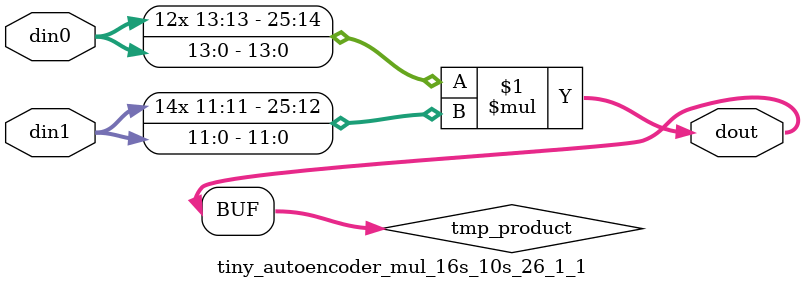
<source format=v>

`timescale 1 ns / 1 ps

 (* use_dsp = "no" *)  module tiny_autoencoder_mul_16s_10s_26_1_1(din0, din1, dout);
parameter ID = 1;
parameter NUM_STAGE = 0;
parameter din0_WIDTH = 14;
parameter din1_WIDTH = 12;
parameter dout_WIDTH = 26;

input [din0_WIDTH - 1 : 0] din0; 
input [din1_WIDTH - 1 : 0] din1; 
output [dout_WIDTH - 1 : 0] dout;

wire signed [dout_WIDTH - 1 : 0] tmp_product;



























assign tmp_product = $signed(din0) * $signed(din1);








assign dout = tmp_product;





















endmodule

</source>
